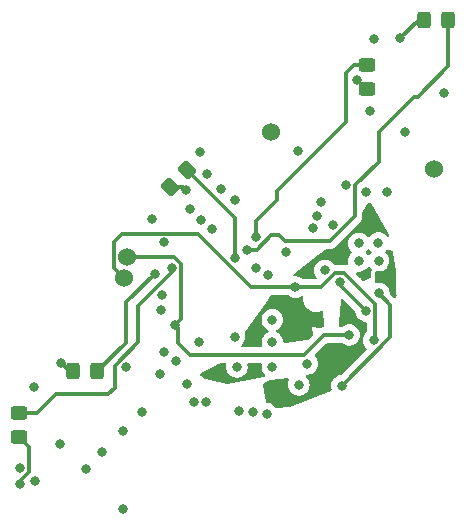
<source format=gbr>
%TF.GenerationSoftware,KiCad,Pcbnew,6.0.1-79c1e3a40b~116~ubuntu20.04.1*%
%TF.CreationDate,2022-02-07T17:34:25-08:00*%
%TF.ProjectId,MirageR1,4d697261-6765-4523-912e-6b696361645f,rev?*%
%TF.SameCoordinates,Original*%
%TF.FileFunction,Copper,L1,Top*%
%TF.FilePolarity,Positive*%
%FSLAX46Y46*%
G04 Gerber Fmt 4.6, Leading zero omitted, Abs format (unit mm)*
G04 Created by KiCad (PCBNEW 6.0.1-79c1e3a40b~116~ubuntu20.04.1) date 2022-02-07 17:34:25*
%MOMM*%
%LPD*%
G01*
G04 APERTURE LIST*
G04 Aperture macros list*
%AMRoundRect*
0 Rectangle with rounded corners*
0 $1 Rounding radius*
0 $2 $3 $4 $5 $6 $7 $8 $9 X,Y pos of 4 corners*
0 Add a 4 corners polygon primitive as box body*
4,1,4,$2,$3,$4,$5,$6,$7,$8,$9,$2,$3,0*
0 Add four circle primitives for the rounded corners*
1,1,$1+$1,$2,$3*
1,1,$1+$1,$4,$5*
1,1,$1+$1,$6,$7*
1,1,$1+$1,$8,$9*
0 Add four rect primitives between the rounded corners*
20,1,$1+$1,$2,$3,$4,$5,0*
20,1,$1+$1,$4,$5,$6,$7,0*
20,1,$1+$1,$6,$7,$8,$9,0*
20,1,$1+$1,$8,$9,$2,$3,0*%
G04 Aperture macros list end*
%TA.AperFunction,SMDPad,CuDef*%
%ADD10RoundRect,0.250000X0.088388X-0.548008X0.548008X-0.088388X-0.088388X0.548008X-0.548008X0.088388X0*%
%TD*%
%TA.AperFunction,SMDPad,CuDef*%
%ADD11RoundRect,0.250000X-0.325000X-0.450000X0.325000X-0.450000X0.325000X0.450000X-0.325000X0.450000X0*%
%TD*%
%TA.AperFunction,SMDPad,CuDef*%
%ADD12RoundRect,0.250000X0.450000X-0.325000X0.450000X0.325000X-0.450000X0.325000X-0.450000X-0.325000X0*%
%TD*%
%TA.AperFunction,ViaPad*%
%ADD13C,0.800000*%
%TD*%
%TA.AperFunction,ViaPad*%
%ADD14C,1.524000*%
%TD*%
%TA.AperFunction,Conductor*%
%ADD15C,0.300000*%
%TD*%
G04 APERTURE END LIST*
D10*
%TO.P,D6,1,K*%
%TO.N,Net-(D6-Pad1)*%
X140359345Y-90796481D03*
%TO.P,D6,2,A*%
%TO.N,IO12*%
X141808913Y-89346913D03*
%TD*%
D11*
%TO.P,D5,1,K*%
%TO.N,Net-(D5-Pad1)*%
X161856913Y-76646913D03*
%TO.P,D5,2,A*%
%TO.N,IO13*%
X163906913Y-76646913D03*
%TD*%
D12*
%TO.P,D4,1,K*%
%TO.N,Net-(D4-Pad1)*%
X127584913Y-111952913D03*
%TO.P,D4,2,A*%
%TO.N,IO14*%
X127584913Y-109902913D03*
%TD*%
%TO.P,D3,1,K*%
%TO.N,Net-(D3-Pad1)*%
X157048913Y-82488913D03*
%TO.P,D3,2,A*%
%TO.N,IO15*%
X157048913Y-80438913D03*
%TD*%
D11*
%TO.P,D2,1,K*%
%TO.N,Net-(D2-Pad1)*%
X132147913Y-106364913D03*
%TO.P,D2,2,A*%
%TO.N,IO27*%
X134197913Y-106364913D03*
%TD*%
D13*
%TO.N,GND*%
X136400000Y-118000000D03*
X133200000Y-114600000D03*
X134600000Y-113200000D03*
X136400000Y-111400000D03*
X138000000Y-109800000D03*
X139466495Y-106564194D03*
D14*
%TO.N,EN*%
X136728913Y-96712913D03*
D13*
%TO.N,Net-(D5-Pad1)*%
X159853351Y-78186887D03*
%TO.N,IO13*%
X146835751Y-96058922D03*
%TO.N,Net-(D3-Pad1)*%
X156131246Y-81724930D03*
%TO.N,IO15*%
X147631768Y-95031963D03*
%TO.N,Net-(D6-Pad1)*%
X141691395Y-91007715D03*
%TO.N,IO12*%
X145874302Y-96792648D03*
%TO.N,Net-(D4-Pad1)*%
X127614443Y-115910688D03*
%TO.N,IO14*%
X140505101Y-97617139D03*
%TO.N,Net-(D2-Pad1)*%
X131148034Y-105631668D03*
%TO.N,IO27*%
X139079990Y-98093321D03*
%TO.N,GND*%
X139640354Y-99884273D03*
D14*
X162658678Y-89225950D03*
D13*
X157635508Y-78236097D03*
X157241683Y-84304256D03*
X150138871Y-96287002D03*
X127636496Y-114559036D03*
X128840019Y-107733487D03*
%TO.N,+3V3*%
X128878035Y-115610185D03*
X131022219Y-112511170D03*
%TO.N,GND*%
X136601900Y-105972347D03*
%TO.N,+3V3*%
X139564746Y-101175904D03*
%TO.N,EN*%
X140728881Y-102447967D03*
X155509197Y-103287123D03*
%TO.N,IO0*%
X150953587Y-99231453D03*
X157575668Y-103723541D03*
%TO.N,RTS*%
X154898403Y-107573639D03*
X158016073Y-99774975D03*
%TO.N,DTR*%
X154762617Y-98778048D03*
X156938279Y-101262313D03*
%TO.N,+3V3*%
X148594956Y-98196342D03*
%TO.N,GND*%
X147655719Y-97589060D03*
%TO.N,+3V3*%
X142812337Y-103897713D03*
%TO.N,GND*%
X139855816Y-104699914D03*
X140833475Y-105477598D03*
%TO.N,+3V3*%
X141811255Y-107411426D03*
%TO.N,GND*%
X142382109Y-108997264D03*
X143392788Y-109000000D03*
%TO.N,+3V3*%
X151248245Y-107512150D03*
X148508148Y-109953708D03*
X146177999Y-109700036D03*
%TO.N,GND*%
X147347179Y-109784369D03*
X151976854Y-105727006D03*
X156324034Y-97018394D03*
X157981240Y-95500060D03*
X156333292Y-95527835D03*
X158000000Y-97000000D03*
X149000000Y-102000000D03*
X149000000Y-103881612D03*
X145805700Y-103435253D03*
X149000000Y-106000000D03*
X146000000Y-106000000D03*
X153456477Y-97807122D03*
X139794263Y-95450048D03*
X138833718Y-93444512D03*
%TO.N,+3V3*%
X142047994Y-92608169D03*
X145807536Y-91888256D03*
X144639678Y-90912375D03*
X143887770Y-94303963D03*
X142991879Y-93520058D03*
%TO.N,GND*%
X142880763Y-87832004D03*
X143509197Y-89674179D03*
X151167160Y-87749258D03*
X158750000Y-91186000D03*
X152789074Y-93206916D03*
X155199854Y-90586595D03*
%TO.N,+3V3*%
X154178000Y-93980000D03*
D14*
%TO.N,+5V*%
X148926078Y-86106000D03*
D13*
%TO.N,GND*%
X163576000Y-82804000D03*
%TO.N,+3V3*%
X153162000Y-92031595D03*
%TO.N,GND*%
X152475294Y-94243068D03*
%TO.N,+3V3*%
X156972000Y-91186000D03*
%TO.N,GND*%
X160274000Y-86106000D03*
D14*
%TO.N,IO0*%
X136474913Y-98490913D03*
%TD*%
D15*
%TO.N,EN*%
X140728881Y-102447967D02*
X141254612Y-101922236D01*
X141254612Y-97306680D02*
X140660845Y-96712913D01*
X141254612Y-101922236D02*
X141254612Y-97306680D01*
X140660845Y-96712913D02*
X136728913Y-96712913D01*
%TO.N,Net-(D5-Pad1)*%
X161393325Y-76646913D02*
X159853351Y-78186887D01*
X161856913Y-76646913D02*
X161393325Y-76646913D01*
%TO.N,IO13*%
X148884016Y-94839685D02*
X149527979Y-94839685D01*
X146835751Y-96058922D02*
X147664779Y-96058922D01*
X150055915Y-95367621D02*
X153850349Y-95367621D01*
X155975195Y-90632197D02*
X157991194Y-88616198D01*
X147664779Y-96058922D02*
X148884016Y-94839685D01*
X149527979Y-94839685D02*
X150055915Y-95367621D01*
X153850349Y-95367621D02*
X155975195Y-93242775D01*
X155975195Y-93242775D02*
X155975195Y-90632197D01*
X157991194Y-88616198D02*
X157991194Y-86105142D01*
X157991194Y-86105142D02*
X160981877Y-83114459D01*
X161304398Y-83114459D02*
X163906913Y-80511944D01*
X160981877Y-83114459D02*
X161304398Y-83114459D01*
X163906913Y-80511944D02*
X163906913Y-76646913D01*
%TO.N,Net-(D3-Pad1)*%
X156895229Y-82488913D02*
X156131246Y-81724930D01*
X157048913Y-82488913D02*
X156895229Y-82488913D01*
%TO.N,IO15*%
X147631768Y-95031963D02*
X147631768Y-93624687D01*
X147631768Y-93624687D02*
X149383953Y-91872502D01*
X149383953Y-91872502D02*
X149383953Y-91102016D01*
X149383953Y-91102016D02*
X155239240Y-85246729D01*
X155239240Y-85246729D02*
X155239240Y-81102612D01*
X155239240Y-81102612D02*
X155949554Y-80392298D01*
X155949554Y-80392298D02*
X157002298Y-80392298D01*
X157002298Y-80392298D02*
X157048913Y-80438913D01*
%TO.N,Net-(D6-Pad1)*%
X140359345Y-90796481D02*
X141480161Y-90796481D01*
X141480161Y-90796481D02*
X141691395Y-91007715D01*
%TO.N,IO12*%
X145874302Y-96792648D02*
X145874302Y-93412302D01*
X145874302Y-93412302D02*
X141808913Y-89346913D01*
%TO.N,Net-(D4-Pad1)*%
X127614443Y-115671352D02*
X127614443Y-115910688D01*
X128386007Y-114899788D02*
X127614443Y-115671352D01*
X128386007Y-112754007D02*
X128386007Y-114899788D01*
X127584913Y-111952913D02*
X128386007Y-112754007D01*
%TO.N,IO14*%
X140505101Y-97617139D02*
X140505101Y-97959556D01*
X137598570Y-103915707D02*
X135640408Y-105873869D01*
X140505101Y-97959556D02*
X137598570Y-100866087D01*
X137598570Y-100866087D02*
X137598570Y-103915707D01*
X135640408Y-105873869D02*
X135640408Y-107799416D01*
X135640408Y-107799416D02*
X135122071Y-108317753D01*
X135122071Y-108317753D02*
X130668213Y-108317753D01*
X130668213Y-108317753D02*
X129083053Y-109902913D01*
X129083053Y-109902913D02*
X127584913Y-109902913D01*
%TO.N,Net-(D2-Pad1)*%
X131881279Y-106364913D02*
X131148034Y-105631668D01*
X132147913Y-106364913D02*
X131881279Y-106364913D01*
%TO.N,IO27*%
X136636965Y-100536346D02*
X136636965Y-103925861D01*
X139079990Y-98093321D02*
X136636965Y-100536346D01*
X136636965Y-103925861D02*
X134197913Y-106364913D01*
%TO.N,IO0*%
X150953587Y-99231453D02*
X147231453Y-99231453D01*
X147231453Y-99231453D02*
X142700537Y-94700537D01*
X142700537Y-94700537D02*
X136299463Y-94700537D01*
X136299463Y-94700537D02*
X135617402Y-95382598D01*
X135617402Y-95382598D02*
X135617402Y-97633402D01*
X135617402Y-97633402D02*
X136474913Y-98490913D01*
%TO.N,EN*%
X141000000Y-102719086D02*
X140728881Y-102447967D01*
X141000000Y-104000000D02*
X141000000Y-102719086D01*
X151643890Y-105000000D02*
X142000000Y-105000000D01*
X153356767Y-103287123D02*
X151643890Y-105000000D01*
X155509197Y-103287123D02*
X153356767Y-103287123D01*
X142000000Y-105000000D02*
X141000000Y-104000000D01*
%TO.N,IO0*%
X153092116Y-99231453D02*
X150953587Y-99231453D01*
X155044539Y-98000000D02*
X154323569Y-98000000D01*
X154323569Y-98000000D02*
X153092116Y-99231453D01*
X157575668Y-103723541D02*
X157687790Y-103611419D01*
X156000000Y-98955461D02*
X155044539Y-98000000D01*
X156000000Y-99000000D02*
X156000000Y-98955461D01*
X157687790Y-103611419D02*
X157687790Y-100687790D01*
X157687790Y-100687790D02*
X156000000Y-99000000D01*
%TO.N,RTS*%
X158016073Y-99774975D02*
X159000000Y-100758902D01*
X159000000Y-100758902D02*
X159000000Y-103472042D01*
X159000000Y-103472042D02*
X154898403Y-107573639D01*
%TO.N,DTR*%
X156938279Y-101262313D02*
X154762617Y-99086651D01*
X154762617Y-99086651D02*
X154762617Y-98778048D01*
%TD*%
%TA.AperFunction,NonConductor*%
G36*
X157257180Y-96054058D02*
G01*
X157263000Y-96060105D01*
X157367476Y-96176138D01*
X157398194Y-96240145D01*
X157389429Y-96310599D01*
X157367476Y-96344758D01*
X157260960Y-96463056D01*
X157257655Y-96468781D01*
X157257125Y-96469510D01*
X157200903Y-96512865D01*
X157130166Y-96518941D01*
X157067374Y-96485809D01*
X157061552Y-96479760D01*
X157059004Y-96476930D01*
X156956029Y-96362565D01*
X156925313Y-96298559D01*
X156934077Y-96228105D01*
X156956030Y-96193946D01*
X157072332Y-96064779D01*
X157073404Y-96065745D01*
X157123653Y-96026999D01*
X157194389Y-96020925D01*
X157257180Y-96054058D01*
G37*
%TD.AperFunction*%
%TA.AperFunction,NonConductor*%
G36*
X157261011Y-92073812D02*
G01*
X157317645Y-92116627D01*
X157324917Y-92127591D01*
X158796286Y-94619335D01*
X158888761Y-94775941D01*
X158904766Y-94820632D01*
X158905034Y-94822354D01*
X158895746Y-94892740D01*
X158849878Y-94946931D01*
X158781994Y-94967722D01*
X158713646Y-94948511D01*
X158686899Y-94926043D01*
X158592493Y-94821194D01*
X158437992Y-94708942D01*
X158431964Y-94706258D01*
X158431962Y-94706257D01*
X158269559Y-94633951D01*
X158269558Y-94633951D01*
X158263528Y-94631266D01*
X158170127Y-94611413D01*
X158083184Y-94592932D01*
X158083179Y-94592932D01*
X158076727Y-94591560D01*
X157885753Y-94591560D01*
X157879301Y-94592932D01*
X157879296Y-94592932D01*
X157792353Y-94611413D01*
X157698952Y-94631266D01*
X157692922Y-94633951D01*
X157692921Y-94633951D01*
X157530518Y-94706257D01*
X157530516Y-94706258D01*
X157524488Y-94708942D01*
X157369987Y-94821194D01*
X157365569Y-94826101D01*
X157365565Y-94826105D01*
X157344978Y-94848969D01*
X157242200Y-94963116D01*
X157241128Y-94962150D01*
X157190879Y-95000896D01*
X157120143Y-95006970D01*
X157057352Y-94973837D01*
X157051532Y-94967790D01*
X156948967Y-94853880D01*
X156948966Y-94853879D01*
X156944545Y-94848969D01*
X156790044Y-94736717D01*
X156784016Y-94734033D01*
X156784014Y-94734032D01*
X156621611Y-94661726D01*
X156621610Y-94661726D01*
X156615580Y-94659041D01*
X156522179Y-94639188D01*
X156435236Y-94620707D01*
X156435231Y-94620707D01*
X156428779Y-94619335D01*
X156237805Y-94619335D01*
X156231353Y-94620707D01*
X156231348Y-94620707D01*
X156144404Y-94639188D01*
X156051004Y-94659041D01*
X156044974Y-94661726D01*
X156044973Y-94661726D01*
X155882570Y-94734032D01*
X155882568Y-94734033D01*
X155876540Y-94736717D01*
X155722039Y-94848969D01*
X155594252Y-94990891D01*
X155498765Y-95156279D01*
X155439750Y-95337907D01*
X155419788Y-95527835D01*
X155439750Y-95717763D01*
X155498765Y-95899391D01*
X155594252Y-96064779D01*
X155701298Y-96183665D01*
X155732013Y-96247670D01*
X155723249Y-96318124D01*
X155701296Y-96352283D01*
X155605979Y-96458144D01*
X155584994Y-96481450D01*
X155489507Y-96646838D01*
X155430492Y-96828466D01*
X155410530Y-97018394D01*
X155411220Y-97024959D01*
X155429145Y-97195502D01*
X155430492Y-97208322D01*
X155433847Y-97218648D01*
X155434437Y-97220464D01*
X155436461Y-97291432D01*
X155399796Y-97352228D01*
X155336083Y-97383550D01*
X155283268Y-97381436D01*
X155268098Y-97377541D01*
X155249408Y-97371142D01*
X155229715Y-97362620D01*
X155184091Y-97355394D01*
X155172468Y-97352987D01*
X155144467Y-97345798D01*
X155127727Y-97341500D01*
X155106280Y-97341500D01*
X155086570Y-97339949D01*
X155065387Y-97336594D01*
X155019398Y-97340941D01*
X155007543Y-97341500D01*
X154405629Y-97341500D01*
X154393772Y-97340941D01*
X154386032Y-97339211D01*
X154378107Y-97339460D01*
X154378106Y-97339460D01*
X154315168Y-97341438D01*
X154311210Y-97341500D01*
X154309441Y-97341500D01*
X154241320Y-97321498D01*
X154202838Y-97281141D01*
X154202701Y-97281240D01*
X154201959Y-97280219D01*
X154200323Y-97278503D01*
X154198818Y-97275896D01*
X154195517Y-97270178D01*
X154150755Y-97220464D01*
X154072152Y-97133167D01*
X154072151Y-97133166D01*
X154067730Y-97128256D01*
X153962933Y-97052116D01*
X153918571Y-97019885D01*
X153918570Y-97019884D01*
X153913229Y-97016004D01*
X153907201Y-97013320D01*
X153907199Y-97013319D01*
X153744796Y-96941013D01*
X153744795Y-96941013D01*
X153738765Y-96938328D01*
X153645364Y-96918475D01*
X153558421Y-96899994D01*
X153558416Y-96899994D01*
X153551964Y-96898622D01*
X153360990Y-96898622D01*
X153354538Y-96899994D01*
X153354533Y-96899994D01*
X153267590Y-96918475D01*
X153174189Y-96938328D01*
X153168159Y-96941013D01*
X153168158Y-96941013D01*
X153005755Y-97013319D01*
X153005753Y-97013320D01*
X152999725Y-97016004D01*
X152994384Y-97019884D01*
X152994383Y-97019885D01*
X152950021Y-97052116D01*
X152845224Y-97128256D01*
X152840803Y-97133166D01*
X152840802Y-97133167D01*
X152762200Y-97220464D01*
X152717437Y-97270178D01*
X152662247Y-97365769D01*
X152651982Y-97383550D01*
X152621950Y-97435566D01*
X152562935Y-97617194D01*
X152562245Y-97623755D01*
X152562245Y-97623757D01*
X152549264Y-97747268D01*
X152542973Y-97807122D01*
X152543663Y-97813687D01*
X152555367Y-97925040D01*
X152562935Y-97997050D01*
X152621950Y-98178678D01*
X152717437Y-98344066D01*
X152734165Y-98362645D01*
X152764881Y-98426649D01*
X152756118Y-98497103D01*
X152710655Y-98551634D01*
X152640528Y-98572953D01*
X151633811Y-98572953D01*
X151565690Y-98552951D01*
X151559750Y-98548889D01*
X151415681Y-98444216D01*
X151415680Y-98444215D01*
X151410339Y-98440335D01*
X151404311Y-98437651D01*
X151404309Y-98437650D01*
X151241906Y-98365344D01*
X151241905Y-98365344D01*
X151235875Y-98362659D01*
X151142475Y-98342806D01*
X151055531Y-98324325D01*
X151055526Y-98324325D01*
X151049074Y-98322953D01*
X150899036Y-98322953D01*
X150830915Y-98302951D01*
X150784422Y-98249295D01*
X150774318Y-98179021D01*
X150803812Y-98114441D01*
X150821949Y-98097285D01*
X152870491Y-96512865D01*
X153465772Y-96052453D01*
X153531893Y-96026599D01*
X153542858Y-96026121D01*
X153768293Y-96026121D01*
X153780149Y-96026680D01*
X153780152Y-96026680D01*
X153787886Y-96028409D01*
X153858718Y-96026183D01*
X153862676Y-96026121D01*
X153891781Y-96026121D01*
X153896181Y-96025565D01*
X153908013Y-96024633D01*
X153954180Y-96023183D01*
X153974770Y-96017201D01*
X153994131Y-96013191D01*
X154001119Y-96012309D01*
X154007553Y-96011496D01*
X154007554Y-96011496D01*
X154015413Y-96010503D01*
X154022778Y-96007587D01*
X154022782Y-96007586D01*
X154058370Y-95993495D01*
X154069580Y-95989656D01*
X154113949Y-95976766D01*
X154132414Y-95965846D01*
X154150154Y-95957155D01*
X154170105Y-95949256D01*
X154207478Y-95922103D01*
X154217397Y-95915588D01*
X154250326Y-95896114D01*
X154250330Y-95896111D01*
X154257156Y-95892074D01*
X154272320Y-95876910D01*
X154287354Y-95864069D01*
X154298292Y-95856122D01*
X154304706Y-95851462D01*
X154334152Y-95815868D01*
X154342141Y-95807089D01*
X156382800Y-93766430D01*
X156391580Y-93758440D01*
X156391582Y-93758438D01*
X156398275Y-93754191D01*
X156446800Y-93702517D01*
X156449554Y-93699676D01*
X156470122Y-93679108D01*
X156472842Y-93675601D01*
X156480548Y-93666579D01*
X156512167Y-93632908D01*
X156516461Y-93625097D01*
X156522498Y-93614117D01*
X156533352Y-93597593D01*
X156541640Y-93586907D01*
X156546499Y-93580643D01*
X156549866Y-93572863D01*
X156564849Y-93538240D01*
X156570071Y-93527580D01*
X156588500Y-93494059D01*
X156588501Y-93494057D01*
X156592319Y-93487112D01*
X156597654Y-93466334D01*
X156604053Y-93447644D01*
X156612575Y-93427951D01*
X156619801Y-93382327D01*
X156622208Y-93370704D01*
X156631723Y-93333643D01*
X156633695Y-93325963D01*
X156633695Y-93304516D01*
X156635246Y-93284806D01*
X156637361Y-93271452D01*
X156638601Y-93263623D01*
X156634254Y-93217634D01*
X156633695Y-93205779D01*
X156633695Y-92855111D01*
X156655715Y-92783948D01*
X157109327Y-92121157D01*
X157164308Y-92076238D01*
X157187106Y-92069074D01*
X157190221Y-92068412D01*
X157261011Y-92073812D01*
G37*
%TD.AperFunction*%
%TA.AperFunction,NonConductor*%
G36*
X157256660Y-97532585D02*
G01*
X157262463Y-97538613D01*
X157367574Y-97655351D01*
X157398289Y-97719355D01*
X157399706Y-97747268D01*
X157379740Y-98077133D01*
X157362809Y-98356864D01*
X157338728Y-98423652D01*
X157284969Y-98465780D01*
X156738343Y-98690618D01*
X156667735Y-98698032D01*
X156604327Y-98666096D01*
X156582597Y-98638134D01*
X156581635Y-98635705D01*
X156554482Y-98598332D01*
X156547967Y-98588413D01*
X156528493Y-98555484D01*
X156528490Y-98555480D01*
X156524453Y-98548654D01*
X156509289Y-98533490D01*
X156496448Y-98518456D01*
X156488501Y-98507518D01*
X156483841Y-98501104D01*
X156448247Y-98471658D01*
X156439468Y-98463669D01*
X156115244Y-98139445D01*
X156081218Y-98077133D01*
X156086283Y-98006318D01*
X156128830Y-97949482D01*
X156195350Y-97924671D01*
X156217508Y-97925040D01*
X156222090Y-97925522D01*
X156228547Y-97926894D01*
X156419521Y-97926894D01*
X156425973Y-97925522D01*
X156425978Y-97925522D01*
X156512922Y-97907041D01*
X156606322Y-97887188D01*
X156771409Y-97813687D01*
X156774756Y-97812197D01*
X156774758Y-97812196D01*
X156780786Y-97809512D01*
X156793112Y-97800557D01*
X156904876Y-97719355D01*
X156935287Y-97697260D01*
X157063074Y-97555338D01*
X157066379Y-97549613D01*
X157066909Y-97548884D01*
X157123131Y-97505529D01*
X157193868Y-97499453D01*
X157256660Y-97532585D01*
G37*
%TD.AperFunction*%
%TA.AperFunction,NonConductor*%
G36*
X150341484Y-99909955D02*
G01*
X150347424Y-99914017D01*
X150470552Y-100003475D01*
X150496835Y-100022571D01*
X150502863Y-100025255D01*
X150502865Y-100025256D01*
X150568297Y-100054388D01*
X150671299Y-100100247D01*
X150764700Y-100120100D01*
X150851643Y-100138581D01*
X150851648Y-100138581D01*
X150858100Y-100139953D01*
X151049074Y-100139953D01*
X151055526Y-100138581D01*
X151055531Y-100138581D01*
X151142474Y-100120100D01*
X151235875Y-100100247D01*
X151338877Y-100054388D01*
X151404309Y-100025256D01*
X151404311Y-100025255D01*
X151410339Y-100022571D01*
X151425915Y-100011254D01*
X151492781Y-99987396D01*
X151561933Y-100003475D01*
X151611414Y-100054388D01*
X151625103Y-100127999D01*
X151617825Y-100189492D01*
X151613150Y-100228995D01*
X151615018Y-100257492D01*
X151626180Y-100427793D01*
X151675220Y-100620889D01*
X151758628Y-100801814D01*
X151873610Y-100964510D01*
X152016315Y-101103527D01*
X152021111Y-101106732D01*
X152021114Y-101106734D01*
X152155917Y-101196806D01*
X152181965Y-101214211D01*
X152187268Y-101216489D01*
X152187271Y-101216491D01*
X152340107Y-101282154D01*
X152365012Y-101292854D01*
X152436317Y-101308989D01*
X152553687Y-101335547D01*
X152553692Y-101335548D01*
X152559324Y-101336822D01*
X152565095Y-101337049D01*
X152565097Y-101337049D01*
X152623932Y-101339361D01*
X152758396Y-101344644D01*
X152858324Y-101330155D01*
X152949839Y-101316887D01*
X152949844Y-101316886D01*
X152955560Y-101316057D01*
X152961033Y-101314199D01*
X152961038Y-101314198D01*
X153133347Y-101255707D01*
X153204282Y-101252751D01*
X153265554Y-101288614D01*
X153297711Y-101351911D01*
X153299554Y-101366414D01*
X153367941Y-102365271D01*
X153376956Y-102496946D01*
X153361653Y-102566273D01*
X153311299Y-102616323D01*
X153268350Y-102627932D01*
X153268689Y-102630072D01*
X153260861Y-102631312D01*
X153252936Y-102631561D01*
X153232346Y-102637543D01*
X153212985Y-102641553D01*
X153205997Y-102642435D01*
X153199563Y-102643248D01*
X153199562Y-102643248D01*
X153191703Y-102644241D01*
X153184338Y-102647157D01*
X153184334Y-102647158D01*
X153148746Y-102661249D01*
X153137536Y-102665088D01*
X153093167Y-102677978D01*
X153093166Y-102677979D01*
X153092483Y-102675628D01*
X153048960Y-102683230D01*
X152413244Y-102643248D01*
X152387010Y-102641598D01*
X152368931Y-102640461D01*
X152371085Y-102655130D01*
X152371085Y-102655131D01*
X152391450Y-102793805D01*
X152434626Y-103087807D01*
X152449782Y-103191014D01*
X152439890Y-103261318D01*
X152414214Y-103298416D01*
X152006985Y-103705645D01*
X151944673Y-103739671D01*
X151930427Y-103741925D01*
X150044696Y-103930498D01*
X149974924Y-103917373D01*
X149923322Y-103868610D01*
X149906849Y-103818293D01*
X149894232Y-103698247D01*
X149894232Y-103698245D01*
X149893542Y-103691684D01*
X149834527Y-103510056D01*
X149739040Y-103344668D01*
X149663992Y-103261318D01*
X149615675Y-103207657D01*
X149615674Y-103207656D01*
X149611253Y-103202746D01*
X149456752Y-103090494D01*
X149450726Y-103087811D01*
X149450719Y-103087807D01*
X149379082Y-103055913D01*
X149324986Y-103009933D01*
X149304336Y-102942006D01*
X149323688Y-102873698D01*
X149379082Y-102825699D01*
X149450719Y-102793805D01*
X149450726Y-102793801D01*
X149456752Y-102791118D01*
X149611253Y-102678866D01*
X149625147Y-102663435D01*
X149734621Y-102541852D01*
X149734622Y-102541851D01*
X149739040Y-102536944D01*
X149834527Y-102371556D01*
X149893542Y-102189928D01*
X149913504Y-102000000D01*
X149893542Y-101810072D01*
X149834527Y-101628444D01*
X149739040Y-101463056D01*
X149632422Y-101344644D01*
X149615675Y-101326045D01*
X149615674Y-101326044D01*
X149611253Y-101321134D01*
X149456752Y-101208882D01*
X149450724Y-101206198D01*
X149450722Y-101206197D01*
X149288319Y-101133891D01*
X149288318Y-101133891D01*
X149282288Y-101131206D01*
X149188888Y-101111353D01*
X149101944Y-101092872D01*
X149101939Y-101092872D01*
X149095487Y-101091500D01*
X148904513Y-101091500D01*
X148898061Y-101092872D01*
X148898056Y-101092872D01*
X148811112Y-101111353D01*
X148717712Y-101131206D01*
X148711682Y-101133891D01*
X148711681Y-101133891D01*
X148549278Y-101206197D01*
X148549276Y-101206198D01*
X148543248Y-101208882D01*
X148388747Y-101321134D01*
X148384326Y-101326044D01*
X148384325Y-101326045D01*
X148367579Y-101344644D01*
X148260960Y-101463056D01*
X148165473Y-101628444D01*
X148106458Y-101810072D01*
X148086496Y-102000000D01*
X148106458Y-102189928D01*
X148165473Y-102371556D01*
X148260960Y-102536944D01*
X148265378Y-102541851D01*
X148265379Y-102541852D01*
X148374853Y-102663435D01*
X148388747Y-102678866D01*
X148543248Y-102791118D01*
X148549274Y-102793801D01*
X148549281Y-102793805D01*
X148620918Y-102825699D01*
X148675014Y-102871679D01*
X148695664Y-102939606D01*
X148676312Y-103007914D01*
X148620918Y-103055913D01*
X148549281Y-103087807D01*
X148549274Y-103087811D01*
X148543248Y-103090494D01*
X148388747Y-103202746D01*
X148384326Y-103207656D01*
X148384325Y-103207657D01*
X148336009Y-103261318D01*
X148260960Y-103344668D01*
X148165473Y-103510056D01*
X148106458Y-103691684D01*
X148105768Y-103698245D01*
X148105768Y-103698247D01*
X148093151Y-103818293D01*
X148086496Y-103881612D01*
X148087186Y-103888177D01*
X148096533Y-103977105D01*
X148106458Y-104071540D01*
X148140583Y-104176565D01*
X148142611Y-104247531D01*
X148105949Y-104308329D01*
X148042236Y-104339654D01*
X148020750Y-104341500D01*
X146491630Y-104341500D01*
X146423509Y-104321498D01*
X146377016Y-104267842D01*
X146366912Y-104197568D01*
X146396406Y-104132988D01*
X146407319Y-104121864D01*
X146411607Y-104118003D01*
X146416953Y-104114119D01*
X146434081Y-104095097D01*
X146540321Y-103977105D01*
X146540322Y-103977104D01*
X146544740Y-103972197D01*
X146640227Y-103806809D01*
X146699242Y-103625181D01*
X146711944Y-103504333D01*
X146718514Y-103441818D01*
X146719204Y-103435253D01*
X146709683Y-103344668D01*
X146699933Y-103251895D01*
X146699932Y-103251891D01*
X146699242Y-103245325D01*
X146685408Y-103202746D01*
X146662442Y-103132066D01*
X146660414Y-103061099D01*
X146679344Y-103020458D01*
X148426858Y-100545492D01*
X148852067Y-99943278D01*
X148907698Y-99899167D01*
X148954996Y-99889953D01*
X150273363Y-99889953D01*
X150341484Y-99909955D01*
G37*
%TD.AperFunction*%
%TA.AperFunction,NonConductor*%
G36*
X145051905Y-105678502D02*
G01*
X145098398Y-105732158D01*
X145108502Y-105802432D01*
X145107971Y-105805416D01*
X145106458Y-105810072D01*
X145086496Y-106000000D01*
X145087186Y-106006565D01*
X145096083Y-106091211D01*
X145106458Y-106189928D01*
X145165473Y-106371556D01*
X145168776Y-106377278D01*
X145168777Y-106377279D01*
X145185285Y-106405872D01*
X145260960Y-106536944D01*
X145265378Y-106541851D01*
X145265379Y-106541852D01*
X145356774Y-106643356D01*
X145388747Y-106678866D01*
X145543248Y-106791118D01*
X145549276Y-106793802D01*
X145549278Y-106793803D01*
X145648365Y-106837919D01*
X145717712Y-106868794D01*
X145811113Y-106888647D01*
X145898056Y-106907128D01*
X145898061Y-106907128D01*
X145904513Y-106908500D01*
X146095487Y-106908500D01*
X146101939Y-106907128D01*
X146101944Y-106907128D01*
X146188887Y-106888647D01*
X146282288Y-106868794D01*
X146351635Y-106837919D01*
X146450722Y-106793803D01*
X146450724Y-106793802D01*
X146456752Y-106791118D01*
X146611253Y-106678866D01*
X146643226Y-106643356D01*
X146734621Y-106541852D01*
X146734622Y-106541851D01*
X146739040Y-106536944D01*
X146814715Y-106405872D01*
X146831223Y-106377279D01*
X146831224Y-106377278D01*
X146834527Y-106371556D01*
X146893542Y-106189928D01*
X146903918Y-106091211D01*
X146912814Y-106006565D01*
X146913504Y-106000000D01*
X146893542Y-105810072D01*
X146893117Y-105808763D01*
X146898372Y-105739905D01*
X146941189Y-105683273D01*
X147007827Y-105658780D01*
X147016216Y-105658500D01*
X147983784Y-105658500D01*
X148051905Y-105678502D01*
X148098398Y-105732158D01*
X148108502Y-105802432D01*
X148107971Y-105805416D01*
X148106458Y-105810072D01*
X148086496Y-106000000D01*
X148087186Y-106006565D01*
X148096083Y-106091211D01*
X148106458Y-106189928D01*
X148165473Y-106371556D01*
X148168776Y-106377278D01*
X148168777Y-106377279D01*
X148185285Y-106405872D01*
X148260960Y-106536944D01*
X148348749Y-106634443D01*
X148379465Y-106698450D01*
X148370700Y-106768903D01*
X148325237Y-106823434D01*
X148277837Y-106842686D01*
X145173512Y-107411938D01*
X145122727Y-107410840D01*
X143344815Y-107004718D01*
X143306179Y-106988783D01*
X142993659Y-106793803D01*
X142913088Y-106743535D01*
X142865882Y-106690508D01*
X142854838Y-106620375D01*
X142883463Y-106555405D01*
X142923256Y-106524027D01*
X143980229Y-105993435D01*
X144409509Y-105777940D01*
X144470718Y-105704092D01*
X144529586Y-105664411D01*
X144567725Y-105658500D01*
X144983784Y-105658500D01*
X145051905Y-105678502D01*
G37*
%TD.AperFunction*%
%TA.AperFunction,NonConductor*%
G36*
X159073642Y-96118100D02*
G01*
X159138250Y-96147535D01*
X159176687Y-96207227D01*
X159180186Y-96222589D01*
X159196682Y-96323923D01*
X159442672Y-97835001D01*
X159487856Y-98112563D01*
X159489479Y-98130943D01*
X159514518Y-99825190D01*
X159516897Y-99986186D01*
X159513853Y-100015640D01*
X159504264Y-100058366D01*
X159469830Y-100120453D01*
X159407295Y-100154068D01*
X159336515Y-100148538D01*
X159292227Y-100119869D01*
X158959043Y-99786685D01*
X158925017Y-99724373D01*
X158922828Y-99710761D01*
X158910305Y-99591611D01*
X158910305Y-99591610D01*
X158909615Y-99585047D01*
X158850600Y-99403419D01*
X158755113Y-99238031D01*
X158627326Y-99096109D01*
X158472825Y-98983857D01*
X158466797Y-98981173D01*
X158466795Y-98981172D01*
X158304392Y-98908866D01*
X158304391Y-98908866D01*
X158298361Y-98906181D01*
X158188716Y-98882875D01*
X158118017Y-98867847D01*
X158118012Y-98867847D01*
X158111560Y-98866475D01*
X157920586Y-98866475D01*
X157914134Y-98867847D01*
X157914129Y-98867847D01*
X157843430Y-98882875D01*
X157772639Y-98877473D01*
X157716007Y-98834656D01*
X157691513Y-98768018D01*
X157691242Y-98758119D01*
X157700092Y-98019136D01*
X157720908Y-97951260D01*
X157775117Y-97905413D01*
X157852279Y-97897398D01*
X157889990Y-97905413D01*
X157904513Y-97908500D01*
X158095487Y-97908500D01*
X158101939Y-97907128D01*
X158101944Y-97907128D01*
X158176614Y-97891256D01*
X158233270Y-97879213D01*
X158302144Y-97883908D01*
X158396883Y-97918014D01*
X158396226Y-97903981D01*
X158413021Y-97835001D01*
X158456832Y-97791228D01*
X158456752Y-97791118D01*
X158457449Y-97790612D01*
X158457450Y-97790611D01*
X158611253Y-97678866D01*
X158695072Y-97585776D01*
X158734621Y-97541852D01*
X158734622Y-97541851D01*
X158739040Y-97536944D01*
X158823907Y-97389950D01*
X158831223Y-97377279D01*
X158831224Y-97377278D01*
X158834527Y-97371556D01*
X158893542Y-97189928D01*
X158897130Y-97155796D01*
X158912814Y-97006565D01*
X158913504Y-97000000D01*
X158893542Y-96810072D01*
X158834527Y-96628444D01*
X158739040Y-96463056D01*
X158613764Y-96323922D01*
X158583047Y-96259916D01*
X158591811Y-96189462D01*
X158613765Y-96155301D01*
X158650906Y-96114053D01*
X158711353Y-96076814D01*
X158762360Y-96073631D01*
X159073642Y-96118100D01*
G37*
%TD.AperFunction*%
%TA.AperFunction,NonConductor*%
G36*
X155001315Y-100256609D02*
G01*
X155995309Y-101250603D01*
X156029335Y-101312915D01*
X156031523Y-101326524D01*
X156044737Y-101452241D01*
X156103752Y-101633869D01*
X156199239Y-101799257D01*
X156327026Y-101941179D01*
X156481527Y-102053431D01*
X156487555Y-102056115D01*
X156487557Y-102056116D01*
X156649960Y-102128422D01*
X156655991Y-102131107D01*
X156749391Y-102150960D01*
X156836335Y-102169441D01*
X156836340Y-102169441D01*
X156842792Y-102170813D01*
X156903290Y-102170813D01*
X156971411Y-102190815D01*
X157017904Y-102244471D01*
X157029290Y-102296813D01*
X157029290Y-102933340D01*
X157009288Y-103001461D01*
X156977349Y-103035277D01*
X156969761Y-103040790D01*
X156969756Y-103040794D01*
X156964415Y-103044675D01*
X156836628Y-103186597D01*
X156741141Y-103351985D01*
X156682126Y-103533613D01*
X156662164Y-103723541D01*
X156662854Y-103730106D01*
X156672730Y-103824067D01*
X156682126Y-103913469D01*
X156741141Y-104095097D01*
X156744444Y-104100819D01*
X156744445Y-104100820D01*
X156774705Y-104153232D01*
X156836628Y-104260485D01*
X156841046Y-104265392D01*
X156841047Y-104265393D01*
X156964415Y-104402407D01*
X156962884Y-104403785D01*
X156995017Y-104455967D01*
X156993650Y-104526951D01*
X156962555Y-104578227D01*
X154912548Y-106628234D01*
X154850236Y-106662260D01*
X154823453Y-106665139D01*
X154802916Y-106665139D01*
X154796464Y-106666511D01*
X154796459Y-106666511D01*
X154709516Y-106684992D01*
X154616115Y-106704845D01*
X154610085Y-106707530D01*
X154610084Y-106707530D01*
X154447681Y-106779836D01*
X154447679Y-106779837D01*
X154441651Y-106782521D01*
X154287150Y-106894773D01*
X154282729Y-106899683D01*
X154282728Y-106899684D01*
X154174501Y-107019883D01*
X154159363Y-107036695D01*
X154122869Y-107099904D01*
X154090635Y-107155736D01*
X154063876Y-107202083D01*
X154004861Y-107383711D01*
X154004171Y-107390272D01*
X154004171Y-107390274D01*
X154002186Y-107409165D01*
X153984899Y-107573639D01*
X153985589Y-107580204D01*
X153997709Y-107695515D01*
X154004861Y-107763567D01*
X154006901Y-107769845D01*
X154034593Y-107855072D01*
X154036621Y-107926039D01*
X153999958Y-107986837D01*
X153960223Y-108011520D01*
X150488357Y-109354708D01*
X150454371Y-109362672D01*
X149356076Y-109463126D01*
X149286416Y-109449412D01*
X149247843Y-109416174D01*
X149247188Y-109416764D01*
X149123823Y-109279753D01*
X149123822Y-109279752D01*
X149119401Y-109274842D01*
X148964900Y-109162590D01*
X148958872Y-109159906D01*
X148958870Y-109159905D01*
X148796467Y-109087599D01*
X148796466Y-109087599D01*
X148790436Y-109084914D01*
X148697035Y-109065061D01*
X148610092Y-109046580D01*
X148610087Y-109046580D01*
X148603635Y-109045208D01*
X148571193Y-109045208D01*
X148503072Y-109025206D01*
X148456579Y-108971550D01*
X148446751Y-108938961D01*
X148218954Y-107503837D01*
X148228030Y-107433423D01*
X148273733Y-107379093D01*
X148292978Y-107368611D01*
X148844076Y-107127991D01*
X148879347Y-107118378D01*
X150292484Y-106947256D01*
X150362515Y-106958924D01*
X150415121Y-107006601D01*
X150433600Y-107075151D01*
X150418696Y-107128393D01*
X150419706Y-107128843D01*
X150417022Y-107134871D01*
X150413718Y-107140594D01*
X150354703Y-107322222D01*
X150354013Y-107328783D01*
X150354013Y-107328785D01*
X150340020Y-107461927D01*
X150334741Y-107512150D01*
X150335431Y-107518715D01*
X150353270Y-107688439D01*
X150354703Y-107702078D01*
X150413718Y-107883706D01*
X150509205Y-108049094D01*
X150513623Y-108054001D01*
X150513624Y-108054002D01*
X150591692Y-108140705D01*
X150636992Y-108191016D01*
X150664623Y-108211091D01*
X150773540Y-108290224D01*
X150791493Y-108303268D01*
X150797521Y-108305952D01*
X150797523Y-108305953D01*
X150929600Y-108364757D01*
X150965957Y-108380944D01*
X151059358Y-108400797D01*
X151146301Y-108419278D01*
X151146306Y-108419278D01*
X151152758Y-108420650D01*
X151343732Y-108420650D01*
X151350184Y-108419278D01*
X151350189Y-108419278D01*
X151437132Y-108400797D01*
X151530533Y-108380944D01*
X151566890Y-108364757D01*
X151698967Y-108305953D01*
X151698969Y-108305952D01*
X151704997Y-108303268D01*
X151722951Y-108290224D01*
X151831867Y-108211091D01*
X151859498Y-108191016D01*
X151904798Y-108140705D01*
X151982866Y-108054002D01*
X151982867Y-108054001D01*
X151987285Y-108049094D01*
X152082772Y-107883706D01*
X152141787Y-107702078D01*
X152143221Y-107688439D01*
X152161059Y-107518715D01*
X152161749Y-107512150D01*
X152156470Y-107461927D01*
X152142477Y-107328785D01*
X152142477Y-107328783D01*
X152141787Y-107322222D01*
X152082772Y-107140594D01*
X152074315Y-107125945D01*
X151990586Y-106980924D01*
X151987285Y-106975206D01*
X151957439Y-106942058D01*
X151870782Y-106845816D01*
X151840064Y-106781809D01*
X151848829Y-106711355D01*
X151894292Y-106656824D01*
X151964418Y-106635506D01*
X152072341Y-106635506D01*
X152078793Y-106634134D01*
X152078798Y-106634134D01*
X152165741Y-106615653D01*
X152259142Y-106595800D01*
X152327896Y-106565189D01*
X152427576Y-106520809D01*
X152427578Y-106520808D01*
X152433606Y-106518124D01*
X152440337Y-106513234D01*
X152521629Y-106454171D01*
X152588107Y-106405872D01*
X152619005Y-106371556D01*
X152711475Y-106268858D01*
X152711476Y-106268857D01*
X152715894Y-106263950D01*
X152797776Y-106122127D01*
X152808077Y-106104285D01*
X152808078Y-106104284D01*
X152811381Y-106098562D01*
X152870396Y-105916934D01*
X152890358Y-105727006D01*
X152877845Y-105607949D01*
X152871086Y-105543641D01*
X152871086Y-105543639D01*
X152870396Y-105537078D01*
X152811381Y-105355450D01*
X152715894Y-105190062D01*
X152639166Y-105104847D01*
X152608449Y-105040839D01*
X152617214Y-104970386D01*
X152643708Y-104931442D01*
X153527997Y-104047153D01*
X153590309Y-104013127D01*
X153615798Y-104010255D01*
X154235072Y-104003892D01*
X154554758Y-104000608D01*
X154555297Y-103992085D01*
X154556986Y-103990095D01*
X154616314Y-103951099D01*
X154653054Y-103945623D01*
X154828973Y-103945623D01*
X154897094Y-103965625D01*
X154903031Y-103969685D01*
X155052445Y-104078241D01*
X155058473Y-104080925D01*
X155058475Y-104080926D01*
X155220878Y-104153232D01*
X155226909Y-104155917D01*
X155320310Y-104175770D01*
X155407253Y-104194251D01*
X155407258Y-104194251D01*
X155413710Y-104195623D01*
X155604684Y-104195623D01*
X155611136Y-104194251D01*
X155611141Y-104194251D01*
X155698085Y-104175770D01*
X155791485Y-104155917D01*
X155797516Y-104153232D01*
X155959919Y-104080926D01*
X155959921Y-104080925D01*
X155965949Y-104078241D01*
X156120450Y-103965989D01*
X156152533Y-103930357D01*
X156243818Y-103828975D01*
X156243819Y-103828974D01*
X156248237Y-103824067D01*
X156343724Y-103658679D01*
X156402739Y-103477051D01*
X156422701Y-103287123D01*
X156413833Y-103202746D01*
X156403429Y-103103758D01*
X156403429Y-103103756D01*
X156402739Y-103097195D01*
X156343724Y-102915567D01*
X156248237Y-102750179D01*
X156170133Y-102663435D01*
X156124872Y-102613168D01*
X156124871Y-102613167D01*
X156120450Y-102608257D01*
X155965949Y-102496005D01*
X155959921Y-102493321D01*
X155959919Y-102493320D01*
X155797516Y-102421014D01*
X155797515Y-102421014D01*
X155791485Y-102418329D01*
X155698084Y-102398476D01*
X155611141Y-102379995D01*
X155611136Y-102379995D01*
X155604684Y-102378623D01*
X155413710Y-102378623D01*
X155407258Y-102379995D01*
X155407253Y-102379995D01*
X155320310Y-102398476D01*
X155226909Y-102418329D01*
X155220879Y-102421014D01*
X155220878Y-102421014D01*
X155058475Y-102493320D01*
X155058473Y-102493321D01*
X155052445Y-102496005D01*
X155047104Y-102499885D01*
X155047103Y-102499886D01*
X154971294Y-102554965D01*
X154903289Y-102604374D01*
X154903034Y-102604559D01*
X154836166Y-102628417D01*
X154828973Y-102628623D01*
X154775773Y-102628623D01*
X154707652Y-102608621D01*
X154661159Y-102554965D01*
X154650024Y-102494668D01*
X154662540Y-102296813D01*
X154786471Y-100337748D01*
X154810734Y-100271027D01*
X154867218Y-100228014D01*
X154937990Y-100222367D01*
X155001315Y-100256609D01*
G37*
%TD.AperFunction*%
M02*

</source>
